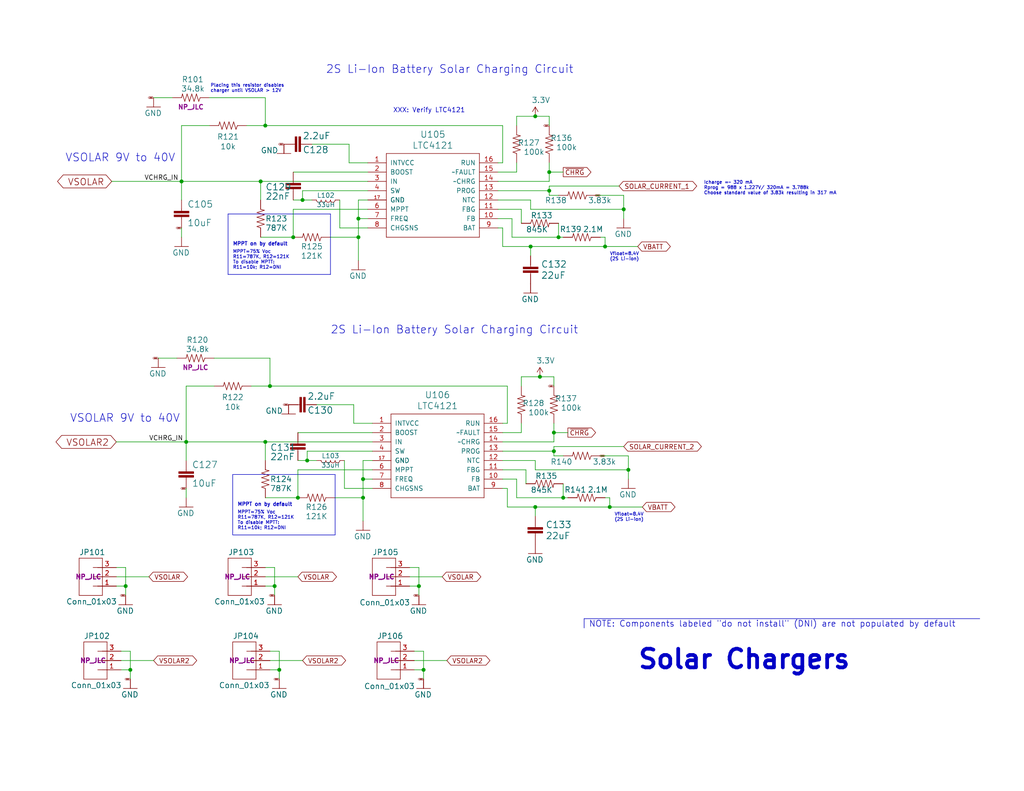
<source format=kicad_sch>
(kicad_sch (version 20231120) (generator "eeschema") (generator_version "8.0")
  (paper "USLetter")
  (title_block (title "Obi Wan Computer") (rev "1") (company "Luke Titi, Michael Lyle"))
  (lib_symbols
    (symbol "Device:L" (pin_numbers hide) (pin_names (offset 1.016) hide)
      (property "Reference" "L" (at -1.27 0 90))
      (property "Value" "L" (at 1.905 0 90))
      (symbol "L_0_1"
        (arc (start 0 -2.54) (mid 0.6323 -1.905) (end 0 -1.27))
        (arc (start 0 -1.27) (mid 0.6323 -0.635) (end 0 0))
        (arc (start 0 0) (mid 0.6323 0.635) (end 0 1.27))
        (arc (start 0 1.27) (mid 0.6323 1.905) (end 0 2.54))
      )
      (symbol "L_1_1"
        (pin passive line (at 0 3.81 270) (length 1.27) (name "1") (number "1"))
        (pin passive line (at 0 -3.81 90) (length 1.27) (name "2") (number "2"))
      )
    )
    (symbol "mainboard:0.1UF-0603-25V-5%" (pin_names (offset 1.016))
      (property "Reference" "C" (at 1.524 2.921 0))
      (property "Value" "0.1UF-0603-25V-5%" (at 1.524 -2.159 0))
      (symbol "0.1UF-0603-25V-5%_1_0"
        (rectangle (start -2.032 0.508) (end 2.032 1.016) (fill (type outline)))
        (rectangle (start -2.032 1.524) (end 2.032 2.032) (fill (type outline)))
        (polyline (pts (xy 0 0) (xy 0 0.508)))
        (polyline (pts (xy 0 2.54) (xy 0 2.032)))
        (pin passive line (at 0 5.08 270) (length 2.54) (name "1") (number "1"))
        (pin passive line (at 0 -2.54 90) (length 2.54) (name "2") (number "2"))
      )
    )
    (symbol "mainboard:10UF-0603-6.3V-20%" (pin_names (offset 1.016))
      (property "Reference" "C" (at 1.524 2.921 0))
      (property "Value" "10UF-0603-6.3V-20%" (at 1.524 -2.159 0))
      (symbol "10UF-0603-6.3V-20%_1_0"
        (rectangle (start -2.032 0.508) (end 2.032 1.016) (fill (type outline)))
        (rectangle (start -2.032 1.524) (end 2.032 2.032) (fill (type outline)))
        (polyline (pts (xy 0 0) (xy 0 0.508)))
        (polyline (pts (xy 0 2.54) (xy 0 2.032)))
        (pin passive line (at 0 5.08 270) (length 2.54) (name "1") (number "1"))
        (pin passive line (at 0 -2.54 90) (length 2.54) (name "2") (number "2"))
      )
    )
    (symbol "mainboard:2.2NF_2200PF-0603-50V-10%" (pin_names (offset 1.016))
      (property "Reference" "C" (at 1.524 2.921 0))
      (property "Value" "2.2NF_2200PF-0603-50V-10%" (at 1.524 -2.159 0))
      (symbol "2.2NF_2200PF-0603-50V-10%_1_0"
        (rectangle (start -2.032 0.508) (end 2.032 1.016) (fill (type outline)))
        (rectangle (start -2.032 1.524) (end 2.032 2.032) (fill (type outline)))
        (polyline (pts (xy 0 0) (xy 0 0.508)))
        (polyline (pts (xy 0 2.54) (xy 0 2.032)))
        (pin passive line (at 0 5.08 270) (length 2.54) (name "1") (number "1"))
        (pin passive line (at 0 -2.54 90) (length 2.54) (name "2") (number "2"))
      )
    )
    (symbol "mainboard:2.2UF-0603-10V-20%" (pin_names (offset 1.016))
      (property "Reference" "C" (at 1.524 2.921 0))
      (property "Value" "2.2UF-0603-10V-20%" (at 1.524 -2.159 0))
      (symbol "2.2UF-0603-10V-20%_1_0"
        (rectangle (start -2.032 0.508) (end 2.032 1.016) (fill (type outline)))
        (rectangle (start -2.032 1.524) (end 2.032 2.032) (fill (type outline)))
        (polyline (pts (xy 0 0) (xy 0 0.508)))
        (polyline (pts (xy 0 2.54) (xy 0 2.032)))
        (pin passive line (at 0 5.08 270) (length 2.54) (name "1") (number "1"))
        (pin passive line (at 0 -2.54 90) (length 2.54) (name "2") (number "2"))
      )
    )
    (symbol "mainboard:3.3V" (power) (pin_names (offset 1.016))
      (property "Value" "3.3V" (at -1.016 3.556 0))
      (symbol "3.3V_1_0"
        (polyline (pts (xy 0 2.54) (xy -0.762 1.27)))
        (polyline (pts (xy 0.762 1.27) (xy 0 2.54)))
        (pin power_in line (at 0 0 90) (length 2.54) (name "3.3V") (number "1"))
      )
    )
    (symbol "mainboard:GND" (power) (pin_names (offset 1.016))
      (property "Value" "GND" (at -2.54 -2.54 0))
      (symbol "GND_1_0"
        (polyline (pts (xy -1.905 0) (xy 1.905 0)))
        (pin power_in line (at 0 2.54 270) (length 2.54) (name "GND") (number "1"))
      )
    )
    (symbol "mainboard:LTC4121" (pin_names (offset 1.016))
      (property "Reference" "U" (at -2.54 10.16 0))
      (property "Value" "LTC4121" (at -2.54 -15.24 0))
      (symbol "LTC4121_1_0"
        (polyline (pts (xy -7.62 -12.7) (xy -7.62 10.16)))
        (polyline (pts (xy -7.62 10.16) (xy 17.78 10.16)))
        (polyline (pts (xy 17.78 -12.7) (xy -7.62 -12.7)))
        (polyline (pts (xy 17.78 10.16) (xy 17.78 -12.7)))
        (pin bidirectional line (at -12.7 7.62 0) (length 5.08) (name "INTVCC") (number "1"))
        (pin bidirectional line (at 22.86 -7.62 180) (length 5.08) (name "FB") (number "10"))
        (pin bidirectional line (at 22.86 -5.08 180) (length 5.08) (name "FBG") (number "11"))
        (pin bidirectional line (at 22.86 -2.54 180) (length 5.08) (name "NTC") (number "12"))
        (pin bidirectional line (at 22.86 0 180) (length 5.08) (name "PROG") (number "13"))
        (pin bidirectional line (at 22.86 2.54 180) (length 5.08) (name "~CHRG") (number "14"))
        (pin bidirectional line (at 22.86 5.08 180) (length 5.08) (name "~FAULT") (number "15"))
        (pin bidirectional line (at 22.86 7.62 180) (length 5.08) (name "RUN") (number "16"))
        (pin bidirectional line (at -12.7 -2.54 0) (length 5.08) (name "GND") (number "17"))
        (pin bidirectional line (at -12.7 5.08 0) (length 5.08) (name "BOOST") (number "2"))
        (pin bidirectional line (at -12.7 2.54 0) (length 5.08) (name "IN") (number "3"))
        (pin bidirectional line (at -12.7 0 0) (length 5.08) (name "SW") (number "4"))
        (pin bidirectional line (at -12.7 -2.54 0) (length 5.08) (name "GND") (number "5"))
        (pin bidirectional line (at -12.7 -5.08 0) (length 5.08) (name "MPPT") (number "6"))
        (pin bidirectional line (at -12.7 -7.62 0) (length 5.08) (name "FREQ") (number "7"))
        (pin bidirectional line (at -12.7 -10.16 0) (length 5.08) (name "CHGSNS") (number "8"))
        (pin bidirectional line (at 22.86 -10.16 180) (length 5.08) (name "BAT") (number "9"))
      )
    )
    (symbol "mainboard:M03POLAR_LOCK" (pin_names (offset 1.016))
      (property "Reference" "JP" (at -2.54 5.842 0))
      (property "Value" "M03POLAR_LOCK" (at -2.54 -7.62 0))
      (symbol "M03POLAR_LOCK_1_0"
        (polyline (pts (xy -2.54 5.08) (xy -2.54 -5.08)))
        (polyline (pts (xy -2.54 5.08) (xy 3.81 5.08)))
        (polyline (pts (xy 1.27 -2.54) (xy 2.54 -2.54)))
        (polyline (pts (xy 1.27 0) (xy 2.54 0)))
        (polyline (pts (xy 1.27 2.54) (xy 2.54 2.54)))
        (polyline (pts (xy 3.81 -5.08) (xy -2.54 -5.08)))
        (polyline (pts (xy 3.81 -5.08) (xy 3.81 5.08)))
        (pin passive line (at 7.62 -2.54 180) (length 5.08) (name "1") (number "1"))
        (pin passive line (at 7.62 0 180) (length 5.08) (name "2") (number "2"))
        (pin passive line (at 7.62 2.54 180) (length 5.08) (name "3") (number "3"))
      )
    )
    (symbol "mainboard:R-US_R0603" (pin_names (offset 1.016))
      (property "Reference" "R" (at -3.81 1.4986 0))
      (property "Value" "R-US_R0603" (at -3.81 -3.302 0))
      (symbol "R-US_R0603_1_0"
        (polyline (pts (xy -2.54 0) (xy -2.159 1.016)))
        (polyline (pts (xy -2.159 1.016) (xy -1.524 -1.016)))
        (polyline (pts (xy -1.524 -1.016) (xy -0.889 1.016)))
        (polyline (pts (xy -0.889 1.016) (xy -0.254 -1.016)))
        (polyline (pts (xy -0.254 -1.016) (xy 0.381 1.016)))
        (polyline (pts (xy 0.381 1.016) (xy 1.016 -1.016)))
        (polyline (pts (xy 1.016 -1.016) (xy 1.651 1.016)))
        (polyline (pts (xy 1.651 1.016) (xy 2.286 -1.016)))
        (polyline (pts (xy 2.286 -1.016) (xy 2.54 0)))
        (pin passive line (at -5.08 0 0) (length 2.54) (name "1") (number "1"))
        (pin passive line (at 5.08 0 180) (length 2.54) (name "2") (number "2"))
      )
    )
  )
  (junction (at 166.37 138.43))
  (junction (at 170.18 57.15))
  (junction (at 49.53 49.53))
  (junction (at 151.13 118.11))
  (junction (at 76.2 182.88))
  (junction (at 80.01 64.77))
  (junction (at 165.1 67.31))
  (junction (at 71.12 49.53))
  (junction (at 72.39 34.29))
  (junction (at 82.55 54.61))
  (junction (at 50.8 120.65))
  (junction (at 114.3 160.02))
  (junction (at 149.86 46.99))
  (junction (at 34.29 160.02))
  (junction (at 83.82 125.73))
  (junction (at 153.67 135.89))
  (junction (at 99.06 135.89))
  (junction (at 147.32 102.87))
  (junction (at 72.39 120.65))
  (junction (at 73.66 105.41))
  (junction (at 74.93 160.02))
  (junction (at 149.86 52.07))
  (junction (at 35.56 182.88))
  (junction (at 81.28 135.89))
  (junction (at 97.79 64.77))
  (junction (at 115.57 182.88))
  (junction (at 152.4 64.77))
  (junction (at 99.06 130.81))
  (junction (at 146.05 31.75))
  (junction (at 97.79 59.69))
  (junction (at 151.13 123.19))
  (junction (at 144.78 67.31))
  (junction (at 171.45 128.27))
  (junction (at 146.05 138.43))
  (wire (pts (xy 72.39 157.48) (xy 81.28 157.48)))
  (wire (pts (xy 151.13 118.11) (xy 154.94 118.11)))
  (polyline (pts (xy 62.23 58.42) (xy 62.23 74.93)))
  (wire (pts (xy 140.97 130.81) (xy 140.97 135.89)))
  (wire (pts (xy 138.43 138.43) (xy 146.05 138.43)))
  (wire (pts (xy 43.18 97.79) (xy 48.26 97.79)))
  (wire (pts (xy 151.13 124.46) (xy 153.67 124.46)))
  (wire (pts (xy 97.79 71.12) (xy 97.79 64.77)))
  (wire (pts (xy 76.2 177.8) (xy 76.2 182.88)))
  (wire (pts (xy 33.02 180.34) (xy 41.91 180.34)))
  (wire (pts (xy 137.16 34.29) (xy 72.39 34.29)))
  (wire (pts (xy 135.89 46.99) (xy 140.97 46.99)))
  (wire (pts (xy 58.42 97.79) (xy 73.66 97.79)))
  (wire (pts (xy 153.67 132.08) (xy 153.67 135.89)))
  (wire (pts (xy 146.05 125.73) (xy 137.16 125.73)))
  (wire (pts (xy 49.53 54.61) (xy 49.53 49.53)))
  (wire (pts (xy 163.83 124.46) (xy 171.45 124.46)))
  (wire (pts (xy 147.32 102.87) (xy 151.13 102.87)))
  (wire (pts (xy 165.1 67.31) (xy 173.99 67.31)))
  (wire (pts (xy 149.86 53.34) (xy 152.4 53.34)))
  (wire (pts (xy 34.29 162.56) (xy 34.29 160.02)))
  (wire (pts (xy 86.36 125.73) (xy 83.82 125.73)))
  (wire (pts (xy 82.55 54.61) (xy 80.01 54.61)))
  (wire (pts (xy 140.97 31.75) (xy 140.97 34.29)))
  (wire (pts (xy 144.78 57.15) (xy 144.78 54.61)))
  (wire (pts (xy 95.25 39.37) (xy 85.09 39.37)))
  (wire (pts (xy 139.7 59.69) (xy 139.7 64.77)))
  (wire (pts (xy 80.01 57.15) (xy 100.33 57.15)))
  (wire (pts (xy 72.39 120.65) (xy 50.8 120.65)))
  (wire (pts (xy 114.3 154.94) (xy 114.3 160.02)))
  (wire (pts (xy 142.24 57.15) (xy 135.89 57.15)))
  (polyline (pts (xy 91.44 129.54) (xy 63.5 129.54)))
  (wire (pts (xy 115.57 182.88) (xy 113.03 182.88)))
  (wire (pts (xy 151.13 115.57) (xy 151.13 118.11)))
  (wire (pts (xy 50.8 133.35) (xy 50.8 135.89)))
  (wire (pts (xy 99.06 125.73) (xy 99.06 130.81)))
  (wire (pts (xy 142.24 118.11) (xy 142.24 115.57)))
  (wire (pts (xy 85.09 54.61) (xy 82.55 54.61)))
  (wire (pts (xy 166.37 135.89) (xy 165.1 135.89)))
  (wire (pts (xy 137.16 115.57) (xy 138.43 115.57)))
  (wire (pts (xy 96.52 115.57) (xy 96.52 110.49)))
  (polyline (pts (xy 91.44 146.05) (xy 91.44 129.54)))
  (wire (pts (xy 73.66 105.41) (xy 73.66 97.79)))
  (wire (pts (xy 138.43 133.35) (xy 138.43 138.43)))
  (polyline (pts (xy 63.5 146.05) (xy 91.44 146.05)))
  (wire (pts (xy 99.06 130.81) (xy 99.06 135.89)))
  (wire (pts (xy 81.28 135.89) (xy 72.39 135.89)))
  (wire (pts (xy 137.16 133.35) (xy 138.43 133.35)))
  (wire (pts (xy 165.1 64.77) (xy 163.83 64.77)))
  (wire (pts (xy 101.6 123.19) (xy 83.82 123.19)))
  (wire (pts (xy 97.79 54.61) (xy 97.79 59.69)))
  (wire (pts (xy 165.1 64.77) (xy 165.1 67.31)))
  (wire (pts (xy 97.79 54.61) (xy 100.33 54.61)))
  (wire (pts (xy 135.89 49.53) (xy 149.86 49.53)))
  (wire (pts (xy 35.56 182.88) (xy 33.02 182.88)))
  (wire (pts (xy 138.43 105.41) (xy 73.66 105.41)))
  (wire (pts (xy 97.79 59.69) (xy 97.79 64.77)))
  (wire (pts (xy 113.03 180.34) (xy 121.92 180.34)))
  (wire (pts (xy 35.56 185.42) (xy 35.56 182.88)))
  (wire (pts (xy 73.66 180.34) (xy 82.55 180.34)))
  (wire (pts (xy 152.4 60.96) (xy 152.4 64.77)))
  (wire (pts (xy 35.56 177.8) (xy 35.56 182.88)))
  (wire (pts (xy 143.51 132.08) (xy 143.51 128.27)))
  (wire (pts (xy 99.06 142.24) (xy 99.06 135.89)))
  (polyline (pts (xy 159.385 171.45) (xy 159.385 168.91)))
  (wire (pts (xy 171.45 124.46) (xy 171.45 128.27)))
  (wire (pts (xy 81.28 128.27) (xy 81.28 135.89)))
  (wire (pts (xy 142.24 102.87) (xy 147.32 102.87)))
  (wire (pts (xy 101.6 120.65) (xy 72.39 120.65)))
  (wire (pts (xy 96.52 115.57) (xy 101.6 115.57)))
  (wire (pts (xy 101.6 133.35) (xy 93.98 133.35)))
  (wire (pts (xy 50.8 125.73) (xy 50.8 120.65)))
  (wire (pts (xy 96.52 110.49) (xy 86.36 110.49)))
  (wire (pts (xy 72.39 125.73) (xy 72.39 120.65)))
  (polyline (pts (xy 90.17 74.93) (xy 90.17 58.42)))
  (wire (pts (xy 72.39 34.29) (xy 67.31 34.29)))
  (wire (pts (xy 135.89 62.23) (xy 137.16 62.23)))
  (wire (pts (xy 142.24 60.96) (xy 142.24 57.15)))
  (wire (pts (xy 95.25 44.45) (xy 95.25 39.37)))
  (wire (pts (xy 83.82 125.73) (xy 83.82 123.19)))
  (wire (pts (xy 100.33 52.07) (xy 82.55 52.07)))
  (wire (pts (xy 151.13 121.92) (xy 170.18 121.92)))
  (wire (pts (xy 72.39 34.29) (xy 72.39 26.67)))
  (wire (pts (xy 143.51 128.27) (xy 137.16 128.27)))
  (wire (pts (xy 93.98 133.35) (xy 93.98 125.73)))
  (wire (pts (xy 100.33 62.23) (xy 92.71 62.23)))
  (wire (pts (xy 49.53 34.29) (xy 49.53 49.53)))
  (polyline (pts (xy 159.385 168.91) (xy 267.335 168.91)))
  (wire (pts (xy 34.29 154.94) (xy 34.29 160.02)))
  (wire (pts (xy 81.28 128.27) (xy 101.6 128.27)))
  (wire (pts (xy 97.79 59.69) (xy 100.33 59.69)))
  (wire (pts (xy 91.44 135.89) (xy 99.06 135.89)))
  (wire (pts (xy 92.71 62.23) (xy 92.71 54.61)))
  (wire (pts (xy 76.2 182.88) (xy 73.66 182.88)))
  (wire (pts (xy 135.89 59.69) (xy 139.7 59.69)))
  (wire (pts (xy 101.6 118.11) (xy 81.28 118.11)))
  (wire (pts (xy 135.89 52.07) (xy 149.86 52.07)))
  (wire (pts (xy 74.93 160.02) (xy 72.39 160.02)))
  (wire (pts (xy 149.86 34.29) (xy 149.86 31.75)))
  (wire (pts (xy 170.18 53.34) (xy 170.18 57.15)))
  (wire (pts (xy 137.16 130.81) (xy 140.97 130.81)))
  (wire (pts (xy 31.75 157.48) (xy 40.64 157.48)))
  (wire (pts (xy 138.43 115.57) (xy 138.43 105.41)))
  (wire (pts (xy 149.86 46.99) (xy 153.67 46.99)))
  (wire (pts (xy 31.75 154.94) (xy 34.29 154.94)))
  (wire (pts (xy 71.12 49.53) (xy 49.53 49.53)))
  (wire (pts (xy 149.86 44.45) (xy 149.86 46.99)))
  (wire (pts (xy 76.2 185.42) (xy 76.2 182.88)))
  (wire (pts (xy 153.67 64.77) (xy 152.4 64.77)))
  (wire (pts (xy 146.05 31.75) (xy 149.86 31.75)))
  (wire (pts (xy 31.75 120.65) (xy 50.8 120.65)))
  (wire (pts (xy 170.18 57.15) (xy 170.18 59.69)))
  (wire (pts (xy 82.55 54.61) (xy 82.55 52.07)))
  (polyline (pts (xy 62.23 74.93) (xy 90.17 74.93)))
  (wire (pts (xy 111.76 154.94) (xy 114.3 154.94)))
  (wire (pts (xy 170.18 57.15) (xy 144.78 57.15)))
  (wire (pts (xy 151.13 118.11) (xy 151.13 120.65)))
  (wire (pts (xy 140.97 46.99) (xy 140.97 44.45)))
  (wire (pts (xy 71.12 54.61) (xy 71.12 49.53)))
  (wire (pts (xy 30.48 49.53) (xy 49.53 49.53)))
  (wire (pts (xy 74.93 154.94) (xy 74.93 160.02)))
  (wire (pts (xy 149.86 46.99) (xy 149.86 49.53)))
  (wire (pts (xy 72.39 154.94) (xy 74.93 154.94)))
  (wire (pts (xy 41.91 26.67) (xy 46.99 26.67)))
  (wire (pts (xy 80.01 57.15) (xy 80.01 64.77)))
  (wire (pts (xy 137.16 62.23) (xy 137.16 67.31)))
  (wire (pts (xy 137.16 123.19) (xy 151.13 123.19)))
  (wire (pts (xy 135.89 44.45) (xy 137.16 44.45)))
  (wire (pts (xy 137.16 44.45) (xy 137.16 34.29)))
  (wire (pts (xy 99.06 130.81) (xy 101.6 130.81)))
  (wire (pts (xy 139.7 64.77) (xy 152.4 64.77)))
  (wire (pts (xy 137.16 118.11) (xy 142.24 118.11)))
  (wire (pts (xy 162.56 53.34) (xy 170.18 53.34)))
  (wire (pts (xy 149.86 50.8) (xy 168.91 50.8)))
  (wire (pts (xy 144.78 54.61) (xy 135.89 54.61)))
  (wire (pts (xy 166.37 138.43) (xy 175.26 138.43)))
  (wire (pts (xy 111.76 157.48) (xy 120.65 157.48)))
  (polyline (pts (xy 90.17 58.42) (xy 62.23 58.42)))
  (wire (pts (xy 151.13 105.41) (xy 151.13 102.87)))
  (wire (pts (xy 57.15 34.29) (xy 49.53 34.29)))
  (wire (pts (xy 115.57 185.42) (xy 115.57 182.88)))
  (wire (pts (xy 80.01 64.77) (xy 71.12 64.77)))
  (wire (pts (xy 115.57 177.8) (xy 115.57 182.88)))
  (wire (pts (xy 140.97 31.75) (xy 146.05 31.75)))
  (wire (pts (xy 146.05 128.27) (xy 146.05 125.73)))
  (wire (pts (xy 114.3 160.02) (xy 111.76 160.02)))
  (wire (pts (xy 137.16 120.65) (xy 151.13 120.65)))
  (wire (pts (xy 154.94 135.89) (xy 153.67 135.89)))
  (wire (pts (xy 146.05 140.97) (xy 146.05 138.43)))
  (wire (pts (xy 144.78 67.31) (xy 165.1 67.31)))
  (wire (pts (xy 83.82 125.73) (xy 81.28 125.73)))
  (wire (pts (xy 100.33 49.53) (xy 71.12 49.53)))
  (wire (pts (xy 151.13 121.92) (xy 151.13 123.19)))
  (polyline (pts (xy 63.5 129.54) (xy 63.5 146.05)))
  (wire (pts (xy 146.05 138.43) (xy 166.37 138.43)))
  (wire (pts (xy 49.53 62.23) (xy 49.53 64.77)))
  (wire (pts (xy 100.33 46.99) (xy 80.01 46.99)))
  (wire (pts (xy 73.66 177.8) (xy 76.2 177.8)))
  (wire (pts (xy 34.29 160.02) (xy 31.75 160.02)))
  (wire (pts (xy 74.93 162.56) (xy 74.93 160.02)))
  (wire (pts (xy 149.86 50.8) (xy 149.86 52.07)))
  (wire (pts (xy 99.06 125.73) (xy 101.6 125.73)))
  (wire (pts (xy 166.37 135.89) (xy 166.37 138.43)))
  (wire (pts (xy 142.24 102.87) (xy 142.24 105.41)))
  (wire (pts (xy 137.16 67.31) (xy 144.78 67.31)))
  (wire (pts (xy 171.45 128.27) (xy 171.45 130.81)))
  (wire (pts (xy 151.13 123.19) (xy 151.13 124.46)))
  (wire (pts (xy 73.66 105.41) (xy 68.58 105.41)))
  (wire (pts (xy 144.78 69.85) (xy 144.78 67.31)))
  (wire (pts (xy 95.25 44.45) (xy 100.33 44.45)))
  (wire (pts (xy 58.42 105.41) (xy 50.8 105.41)))
  (wire (pts (xy 33.02 177.8) (xy 35.56 177.8)))
  (wire (pts (xy 149.86 52.07) (xy 149.86 53.34)))
  (wire (pts (xy 113.03 177.8) (xy 115.57 177.8)))
  (wire (pts (xy 90.17 64.77) (xy 97.79 64.77)))
  (wire (pts (xy 114.3 162.56) (xy 114.3 160.02)))
  (wire (pts (xy 57.15 26.67) (xy 72.39 26.67)))
  (wire (pts (xy 171.45 128.27) (xy 146.05 128.27)))
  (wire (pts (xy 140.97 135.89) (xy 153.67 135.89)))
  (wire (pts (xy 50.8 105.41) (xy 50.8 120.65)))
  (text "Vfloat=8.4V\n(2S Li-ion)" (at 167.64 142.494 0) (effects (font (size 0.889 0.889)) (justify left bottom)))
  (text "Placing this resistor disables \ncharger until VSOLAR > 12V" (at 57.404 25.4 0) (effects (font (size 0.889 0.889)) (justify left bottom)))
  (text "VSOLAR 9V to 40V" (at 17.78 44.45 0) (effects (font (size 2.159 2.159)) (justify left bottom)))
  (text "VSOLAR 9V to 40V" (at 19.05 115.57 0) (effects (font (size 2.159 2.159)) (justify left bottom)))
  (text "2S Li-Ion Battery Solar Charging Circuit" (at 90.17 91.44 0) (effects (font (size 2.159 2.159)) (justify left bottom)))
  (text "Vfloat=8.4V\n(2S Li-ion)" (at 166.37 71.374 0) (effects (font (size 0.889 0.889)) (justify left bottom)))
  (text "NOTE: Components labeled \"do not install\" (DNI) are not populated by default" (at 160.655 171.45 0) (effects (font (size 1.651 1.651)) (justify left bottom)))
  (text "XXX: Verify LTC4121" (at 117.094 30.226 0) (effects (font (size 1.27 1.27))))
  (text "MPPT on by default" (at 63.5 67.31 0) (effects (font (size 0.9906 0.9906) (thickness 0.1981) (bold yes)) (justify left bottom)))
  (text "\nMPPT=75% Voc\nR11=787K, R12=121K\nTo disable MPTT:\nR11=10k; R12=DNI" (at 63.5 73.66 0) (effects (font (size 0.889 0.889)) (justify left bottom)))
  (text "Solar Chargers" (at 173.736 183.134 0) (effects (font (size 5.08 5.08) (thickness 1.016) (bold yes)) (justify left bottom)))
  (text "\nMPPT=75% Voc\nR11=787K, R12=121K\nTo disable MPTT:\nR11=10k; R12=DNI" (at 64.77 144.78 0) (effects (font (size 0.889 0.889)) (justify left bottom)))
  (text "2S Li-Ion Battery Solar Charging Circuit" (at 88.9 20.32 0) (effects (font (size 2.159 2.159)) (justify left bottom)))
  (text "MPPT on by default" (at 64.77 138.43 0) (effects (font (size 0.9906 0.9906) (thickness 0.1981) (bold yes)) (justify left bottom)))
  (text "Icharge =~ 320 mA\nRprog = 988 x 1.227V/ 320mA = 3.788k\nChoose standard value of 3.83k resulting in 317 mA" (at 192.024 53.34 0) (effects (font (size 0.889 0.889)) (justify left bottom)))
  (label "VCHRG_IN" (at 39.37 49.53 0))
  (label "VCHRG_IN" (at 40.64 120.65 0))
  (global_label "VBATT" (shape bidirectional) (at 175.26 138.43 0) (property "Intersheetrefs" "${INTERSHEET_REFS}" (effects (hide yes))))
  (global_label "3.3V" (shape bidirectional) (at 149.86 34.29 180) (effects (font (size 0.254 0.254))) (property "Intersheetrefs" "${INTERSHEET_REFS}" (effects (hide yes))))
  (global_label "GND" (shape bidirectional) (at 49.53 62.23 180) (effects (font (size 0.254 0.254))) (property "Intersheetrefs" "${INTERSHEET_REFS}" (effects (hide yes))))
  (global_label "GND" (shape bidirectional) (at 76.2 185.42 180) (effects (font (size 0.254 0.254))) (property "Intersheetrefs" "${INTERSHEET_REFS}" (effects (hide yes))))
  (global_label "GND" (shape bidirectional) (at 115.57 185.42 180) (effects (font (size 0.254 0.254))) (property "Intersheetrefs" "${INTERSHEET_REFS}" (effects (hide yes))))
  (global_label "GND" (shape bidirectional) (at 43.18 97.79 180) (effects (font (size 0.254 0.254))) (property "Intersheetrefs" "${INTERSHEET_REFS}" (effects (hide yes))))
  (global_label "SOLAR_CURRENT_2" (shape bidirectional) (at 170.18 121.92 0) (property "Intersheetrefs" "${INTERSHEET_REFS}" (effects (hide yes))))
  (global_label "GND" (shape bidirectional) (at 165.1 124.46 180) (effects (font (size 0.254 0.254))) (property "Intersheetrefs" "${INTERSHEET_REFS}" (effects (hide yes))))
  (global_label "VSOLAR2" (shape bidirectional) (at 121.92 180.34 0) (property "Intersheetrefs" "${INTERSHEET_REFS}" (effects (hide yes))))
  (global_label "GND" (shape bidirectional) (at 78.74 110.49 180) (effects (font (size 0.254 0.254))) (property "Intersheetrefs" "${INTERSHEET_REFS}" (effects (hide yes))))
  (global_label "GND" (shape bidirectional) (at 35.56 185.42 180) (effects (font (size 0.254 0.254))) (property "Intersheetrefs" "${INTERSHEET_REFS}" (effects (hide yes))))
  (global_label "SOLAR_CURRENT_1" (shape bidirectional) (at 168.91 50.8 0) (property "Intersheetrefs" "${INTERSHEET_REFS}" (effects (hide yes))))
  (global_label "~{CHRG}" (shape output) (at 153.67 46.99 0) (property "Intersheetrefs" "${INTERSHEET_REFS}" (effects (hide yes))))
  (global_label "GND" (shape bidirectional) (at 74.93 162.56 180) (effects (font (size 0.254 0.254))) (property "Intersheetrefs" "${INTERSHEET_REFS}" (effects (hide yes))))
  (global_label "3.3V" (shape bidirectional) (at 151.13 105.41 180) (effects (font (size 0.254 0.254))) (property "Intersheetrefs" "${INTERSHEET_REFS}" (effects (hide yes))))
  (global_label "VSOLAR2" (shape bidirectional) (at 82.55 180.34 0) (property "Intersheetrefs" "${INTERSHEET_REFS}" (effects (hide yes))))
  (global_label "VSOLAR2" (shape bidirectional) (at 41.91 180.34 0) (property "Intersheetrefs" "${INTERSHEET_REFS}" (effects (hide yes))))
  (global_label "GND" (shape bidirectional) (at 50.8 133.35 180) (effects (font (size 0.254 0.254))) (property "Intersheetrefs" "${INTERSHEET_REFS}" (effects (hide yes))))
  (global_label "GND" (shape bidirectional) (at 114.3 162.56 180) (effects (font (size 0.254 0.254))) (property "Intersheetrefs" "${INTERSHEET_REFS}" (effects (hide yes))))
  (global_label "VBATT" (shape bidirectional) (at 173.99 67.31 0) (property "Intersheetrefs" "${INTERSHEET_REFS}" (effects (hide yes))))
  (global_label "VSOLAR" (shape bidirectional) (at 40.64 157.48 0) (property "Intersheetrefs" "${INTERSHEET_REFS}" (effects (hide yes))))
  (global_label "VSOLAR" (shape bidirectional) (at 120.65 157.48 0) (property "Intersheetrefs" "${INTERSHEET_REFS}" (effects (hide yes))))
  (global_label "GND" (shape bidirectional) (at 77.47 39.37 180) (effects (font (size 0.254 0.254))) (property "Intersheetrefs" "${INTERSHEET_REFS}" (effects (hide yes))))
  (global_label "GND" (shape bidirectional) (at 41.91 26.67 180) (effects (font (size 0.254 0.254))) (property "Intersheetrefs" "${INTERSHEET_REFS}" (effects (hide yes))))
  (global_label "VSOLAR2" (shape bidirectional) (at 31.75 120.65 180) (effects (font (size 1.778 1.778))) (property "Intersheetrefs" "${INTERSHEET_REFS}" (effects (hide yes))))
  (global_label "VSOLAR" (shape bidirectional) (at 81.28 157.48 0) (property "Intersheetrefs" "${INTERSHEET_REFS}" (effects (hide yes))))
  (global_label "GND" (shape bidirectional) (at 34.29 162.56 180) (effects (font (size 0.254 0.254))) (property "Intersheetrefs" "${INTERSHEET_REFS}" (effects (hide yes))))
  (global_label "VSOLAR" (shape bidirectional) (at 30.48 49.53 180) (effects (font (size 1.778 1.778))) (property "Intersheetrefs" "${INTERSHEET_REFS}" (effects (hide yes))))
  (global_label "GND" (shape bidirectional) (at 163.83 53.34 180) (effects (font (size 0.254 0.254))) (property "Intersheetrefs" "${INTERSHEET_REFS}" (effects (hide yes))))
  (global_label "~{CHRG}" (shape output) (at 154.94 118.11 0) (property "Intersheetrefs" "${INTERSHEET_REFS}" (effects (hide yes))))
  (symbol (lib_id "mainboard:GND") (at 115.57 187.96 0) (unit 1)
    (property "Reference" "#GND0126" (effects (hide yes)))
    (property "Value" "GND" (at 113.03 190.5 0) (effects (font (size 1.4986 1.4986)) (justify left bottom)))
  )
  (symbol (lib_id "mainboard:GND") (at 74.93 165.1 0) (unit 1)
    (property "Reference" "#GND0119" (effects (hide yes)))
    (property "Value" "GND" (at 72.39 167.64 0) (effects (font (size 1.4986 1.4986)) (justify left bottom)))
  )
  (symbol (lib_id "Device:L") (at 90.17 125.73 270) (unit 1)
    (property "Reference" "L103" (at 90.17 124.46 90))
    (property "Value" "33uH" (at 90.17 127 90))
    (property "Footprint" "SSE_Footprints:TDK_1008_4.9x5.5mm" (effects (hide yes)))
    (property "Datasheet" "https://product.tdk.com/en/system/files?file=dam/doc/product/inductor/inductor/smd/catalog/inductor_commercial_power_vlcf5024-2_en.pdf" (effects (hide yes)))
    (property "Description" "1.24A 33uH ±20% 500mA" (effects (hide yes)))
    (property "Flight" "SLF6028T-330MR69-PF" (effects (hide yes)))
    (property "Manufacturer_Name" "TDK" (effects (hide yes)))
    (property "Manufacturer_Part_Number" "VLCF5024T-330MR50-2" (effects (hide yes)))
    (property "Proto" "SNR5040K-330M" (effects (hide yes)))
    (property "LCSC" "C2046704" (effects (hide yes)))
    (property "Notes" "Footprint Marked as Issue  - 33uH for solar charging, kinda big" (effects (hide yes)))
  )
  (symbol (lib_id "mainboard:R-US_R0603") (at 151.13 110.49 90) (unit 1)
    (property "Reference" "R137" (at 157.48 107.95 90) (effects (font (size 1.4986 1.4986)) (justify left bottom)))
    (property "Value" "100k" (at 158.75 110.49 90) (effects (font (size 1.4986 1.4986)) (justify left bottom)))
    (property "Footprint" "Resistor_SMD:R_0603_1608Metric" (effects (hide yes)))
    (property "Description" "100K 0603" (effects (hide yes)))
    (property "LCSC" "C5369222" (effects (hide yes)))
    (property "Manufacturer_Name" "Vishay Intertech" (effects (hide yes)))
    (property "Manufacturer_Part_Number" "CRCW0603100KFKEC" (effects (hide yes)))
  )
  (symbol (lib_id "mainboard:2.2UF-0603-10V-20%") (at 81.28 110.49 270) (unit 1)
    (property "Reference" "C130" (at 83.82 113.03 90) (effects (font (size 1.778 1.778)) (justify left bottom)))
    (property "Value" "2.2uF" (at 83.82 109.22 90) (effects (font (size 1.778 1.778)) (justify left bottom)))
    (property "Footprint" "Capacitor_SMD:C_0603_1608Metric" (effects (hide yes)))
    (property "Description" "16V 2.2uF X5R ±10% 0603" (effects (hide yes)))
    (property "LCSC" "C23630" (effects (hide yes)))
    (property "Manufacturer_Name" " Samsung Electro-Mechanics" (effects (hide yes)))
    (property "Manufacturer_Part_Number" "CL10A225KO8NNNC" (effects (hide yes)))
  )
  (symbol (lib_id "mainboard:R-US_R0603") (at 148.59 132.08 0) (unit 1)
    (property "Reference" "R135" (at 146.05 130.81 0) (effects (font (size 1.4986 1.4986)) (justify left bottom)))
    (property "Value" "845K" (at 144.78 134.62 0) (effects (font (size 1.4986 1.4986)) (justify left bottom)))
    (property "Footprint" "Resistor_SMD:R_0603_1608Metric" (effects (hide yes)))
    (property "Description" "845K 1% 0603" (effects (hide yes)))
    (property "LCSC" "C246013" (effects (hide yes)))
  )
  (symbol (lib_id "mainboard:10UF-0603-6.3V-20%") (at 50.8 130.81 0) (unit 1)
    (property "Reference" "C127" (at 52.324 127.889 0) (effects (font (size 1.778 1.778)) (justify left bottom)))
    (property "Value" "10uF" (at 52.324 132.969 0) (effects (font (size 1.778 1.778)) (justify left bottom)))
    (property "Footprint" "Capacitor_SMD:C_0603_1608Metric" (effects (hide yes)))
    (property "Description" "10V 10uF X5R ±20% 0603" (effects (hide yes)))
    (property "LCSC" "C85713" (effects (hide yes)))
    (property "Manufacturer_Name" " Samsung Electro-Mechanics" (effects (hide yes)))
    (property "Manufacturer_Part_Number" "CL10A106MP8NNNC" (effects (hide yes)))
    (property "Notes" "10V ok?" (effects (hide yes)))
  )
  (symbol (lib_id "mainboard:10UF-0603-6.3V-20%") (at 49.53 59.69 0) (unit 1)
    (property "Reference" "C105" (at 51.054 56.769 0) (effects (font (size 1.778 1.778)) (justify left bottom)))
    (property "Value" "10uF" (at 51.054 61.849 0) (effects (font (size 1.778 1.778)) (justify left bottom)))
    (property "Footprint" "Capacitor_SMD:C_0603_1608Metric" (effects (hide yes)))
    (property "Description" "10V 10uF X5R ±20% 0603" (effects (hide yes)))
    (property "LCSC" "C85713" (effects (hide yes)))
    (property "Manufacturer_Name" " Samsung Electro-Mechanics" (effects (hide yes)))
    (property "Manufacturer_Part_Number" "CL10A106MP8NNNC" (effects (hide yes)))
    (property "Notes" "10V ok?" (effects (hide yes)))
  )
  (symbol (lib_id "mainboard:LTC4121") (at 114.3 123.19 0) (unit 1)
    (property "Reference" "U106" (at 119.38 107.823 0) (effects (font (size 1.7272 1.7272))))
    (property "Value" "LTC4121" (at 119.38 110.8202 0) (effects (font (size 1.7272 1.7272))))
    (property "Footprint" "Package_DFN_QFN:QFN-16-1EP_3x3mm_P0.5mm_EP1.9x1.9mm_ThermalVias" (effects (hide yes)))
    (property "Datasheet" "https://www.analog.com/media/en/technical-documentation/data-sheets/4121fbc.pdf" (effects (hide yes)))
    (property "Description" "Battery Charger - MPPT - Solar Input" (effects (hide yes)))
    (property "Flight" "LTC4121EUD" (effects (hide yes)))
    (property "Manufacturer_Name" "Analog Devices Inc." (effects (hide yes)))
    (property "Manufacturer_Part_Number" "LTC4121EUD" (effects (hide yes)))
    (property "Proto" "LTC4121EUD" (effects (hide yes)))
    (property "LCSC" "C687336" (effects (hide yes)))
  )
  (symbol (lib_id "mainboard:R-US_R0603") (at 53.34 97.79 180) (unit 1)
    (property "Reference" "R120" (at 56.896 91.948 0) (effects (font (size 1.4986 1.4986)) (justify left bottom)))
    (property "Value" "34.8k" (at 57.15 94.488 0) (effects (font (size 1.4986 1.4986)) (justify left bottom)))
    (property "Footprint" "Resistor_SMD:R_0603_1608Metric" (effects (hide yes)))
    (property "DNI" "NP_JLC" (at 53.34 100.33 0) (effects (font (bold yes))))
  )
  (symbol (lib_id "mainboard:M03POLAR_LOCK") (at 25.4 180.34 0) (unit 1)
    (property "Reference" "JP102" (at 22.86 174.498 0) (effects (font (size 1.4986 1.4986)) (justify left bottom)))
    (property "Value" "Conn_01x03" (at 19.304 187.96 0) (effects (font (size 1.4986 1.4986)) (justify left bottom)))
    (property "Footprint" "SSE_Footprints:CONN_22-11-2032_MOL" (effects (hide yes)))
    (property "Datasheet" "https://tools.molex.com/pdm_docs/sd/022112032_sd.pdf" (effects (hide yes)))
    (property "Description" "3-pin Vertical Header - 0.1in (2.54mm) Locking - Molex PN: 22-23-2037" (effects (hide yes)))
    (property "DNI" "NP_JLC" (at 25.4 180.34 0) (effects (font (bold yes))))
    (property "Flight" "22-23-2037" (effects (hide yes)))
    (property "Manufacturer_Name" "Molex" (effects (hide yes)))
    (property "Manufacturer_Part_Number" "	 0022112032" (effects (hide yes)))
    (property "Proto" "22-23-2037" (effects (hide yes)))
  )
  (symbol (lib_id "mainboard:M03POLAR_LOCK") (at 64.77 157.48 0) (unit 1)
    (property "Reference" "JP103" (at 62.23 151.638 0) (effects (font (size 1.4986 1.4986)) (justify left bottom)))
    (property "Value" "Conn_01x03" (at 58.42 165.1 0) (effects (font (size 1.4986 1.4986)) (justify left bottom)))
    (property "Footprint" "SSE_Footprints:CONN_22-11-2032_MOL" (effects (hide yes)))
    (property "Datasheet" "https://tools.molex.com/pdm_docs/sd/022112032_sd.pdf" (effects (hide yes)))
    (property "Description" "3-pin Vertical Header - 0.1in (2.54mm) Locking - Molex PN: 22-23-2037" (effects (hide yes)))
    (property "DNI" "NP_JLC" (at 64.77 157.48 0) (effects (font (bold yes))))
    (property "Flight" "22-23-2037" (effects (hide yes)))
    (property "Manufacturer_Name" "Molex" (effects (hide yes)))
    (property "Manufacturer_Part_Number" "	 0022112032" (effects (hide yes)))
    (property "Proto" "22-23-2037" (effects (hide yes)))
  )
  (symbol (lib_id "mainboard:M03POLAR_LOCK") (at 66.04 180.34 0) (unit 1)
    (property "Reference" "JP104" (at 63.5 174.498 0) (effects (font (size 1.4986 1.4986)) (justify left bottom)))
    (property "Value" "Conn_01x03" (at 59.69 187.96 0) (effects (font (size 1.4986 1.4986)) (justify left bottom)))
    (property "Footprint" "SSE_Footprints:CONN_22-11-2032_MOL" (effects (hide yes)))
    (property "Datasheet" "https://tools.molex.com/pdm_docs/sd/022112032_sd.pdf" (effects (hide yes)))
    (property "Description" "3-pin Vertical Header - 0.1in (2.54mm) Locking - Molex PN: 22-23-2037" (effects (hide yes)))
    (property "DNI" "NP_JLC" (at 66.04 180.34 0) (effects (font (bold yes))))
    (property "Flight" "22-23-2037" (effects (hide yes)))
    (property "Manufacturer_Name" "Molex" (effects (hide yes)))
    (property "Manufacturer_Part_Number" "	 0022112032" (effects (hide yes)))
    (property "Proto" "22-23-2037" (effects (hide yes)))
  )
  (symbol (lib_id "mainboard:GND") (at 35.56 187.96 0) (unit 1)
    (property "Reference" "#GND0114" (effects (hide yes)))
    (property "Value" "GND" (at 33.02 190.5 0) (effects (font (size 1.4986 1.4986)) (justify left bottom)))
  )
  (symbol (lib_id "mainboard:R-US_R0603") (at 147.32 60.96 0) (unit 1)
    (property "Reference" "R133" (at 144.78 59.69 0) (effects (font (size 1.4986 1.4986)) (justify left bottom)))
    (property "Value" "845K" (at 143.51 63.5 0) (effects (font (size 1.4986 1.4986)) (justify left bottom)))
    (property "Footprint" "Resistor_SMD:R_0603_1608Metric" (effects (hide yes)))
    (property "Description" "845K 1% 0603" (effects (hide yes)))
    (property "LCSC" "C246013" (effects (hide yes)))
  )
  (symbol (lib_id "mainboard:GND") (at 49.53 67.31 0) (unit 1)
    (property "Reference" "#GND0117" (effects (hide yes)))
    (property "Value" "GND" (at 46.99 69.85 0) (effects (font (size 1.4986 1.4986)) (justify left bottom)))
  )
  (symbol (lib_id "mainboard:GND") (at 144.78 80.01 0) (unit 1)
    (property "Reference" "#GND0127" (effects (hide yes)))
    (property "Value" "GND" (at 142.24 82.55 0) (effects (font (size 1.4986 1.4986)) (justify left bottom)))
  )
  (symbol (lib_id "mainboard:R-US_R0603") (at 71.12 59.69 90) (unit 1)
    (property "Reference" "R123" (at 72.39 59.69 90) (effects (font (size 1.4986 1.4986)) (justify right)))
    (property "Value" "787K" (at 72.39 62.23 90) (effects (font (size 1.4986 1.4986)) (justify right)))
    (property "Footprint" "Resistor_SMD:R_0603_1608Metric" (effects (hide yes)))
    (property "Description" "787K 0603" (effects (hide yes)))
    (property "LCSC" "C246008" (effects (hide yes)))
    (property "Manufacturer_Name" " YAGEO" (effects (hide yes)))
    (property "Manufacturer_Part_Number" " RC0603FR-07787KL" (effects (hide yes)))
  )
  (symbol (lib_id "mainboard:R-US_R0603") (at 157.48 53.34 180) (unit 1)
    (property "Reference" "R138" (at 154.686 53.848 0) (effects (font (size 1.4986 1.4986)) (justify left bottom)))
    (property "Value" "3.83k" (at 166.878 53.848 0) (effects (font (size 1.4986 1.4986)) (justify left bottom)))
    (property "Footprint" "Resistor_SMD:R_0603_1608Metric" (effects (hide yes)))
    (property "LCSC" "C482840" (effects (hide yes)))
  )
  (symbol (lib_id "mainboard:R-US_R0603") (at 85.09 64.77 180) (unit 1)
    (property "Reference" "R125" (at 85.09 67.31 0) (effects (font (size 1.4986 1.4986))))
    (property "Value" "121K" (at 85.09 69.85 0) (effects (font (size 1.4986 1.4986))))
    (property "Footprint" "Resistor_SMD:R_0603_1608Metric" (effects (hide yes)))
    (property "Description" "121K 0603" (effects (hide yes)))
    (property "LCSC" "C861095" (effects (hide yes)))
    (property "Manufacturer_Name" " YAGEO" (effects (hide yes)))
    (property "Manufacturer_Part_Number" " RT0603BRD07121KL" (effects (hide yes)))
  )
  (symbol (lib_id "mainboard:R-US_R0603") (at 72.39 130.81 90) (unit 1)
    (property "Reference" "R124" (at 73.66 130.81 90) (effects (font (size 1.4986 1.4986)) (justify right)))
    (property "Value" "787K" (at 73.66 133.35 90) (effects (font (size 1.4986 1.4986)) (justify right)))
    (property "Footprint" "Resistor_SMD:R_0603_1608Metric" (effects (hide yes)))
    (property "Description" "787K 0603" (effects (hide yes)))
    (property "LCSC" "C246008" (effects (hide yes)))
    (property "Manufacturer_Name" " YAGEO" (effects (hide yes)))
    (property "Manufacturer_Part_Number" " RC0603FR-07787KL" (effects (hide yes)))
  )
  (symbol (lib_id "mainboard:GND") (at 50.8 138.43 0) (unit 1)
    (property "Reference" "#GND0118" (effects (hide yes)))
    (property "Value" "GND" (at 48.26 140.97 0) (effects (font (size 1.4986 1.4986)) (justify left bottom)))
  )
  (symbol (lib_id "mainboard:R-US_R0603") (at 62.23 34.29 180) (unit 1)
    (property "Reference" "R121" (at 62.23 37.338 0) (effects (font (size 1.4986 1.4986))))
    (property "Value" "10k" (at 62.23 40.005 0) (effects (font (size 1.4986 1.4986))))
    (property "Footprint" "Resistor_SMD:R_0603_1608Metric" (effects (hide yes)))
    (property "Description" "0 0603" (effects (hide yes)))
    (property "LCSC" "C169849" (effects (hide yes)))
  )
  (symbol (lib_id "mainboard:GND") (at 170.18 62.23 0) (unit 1)
    (property "Reference" "#GND0129" (effects (hide yes)))
    (property "Value" "GND" (at 167.64 64.77 0) (effects (font (size 1.4986 1.4986)) (justify left bottom)))
  )
  (symbol (lib_id "mainboard:GND") (at 97.79 73.66 0) (unit 1)
    (property "Reference" "#GND0123" (effects (hide yes)))
    (property "Value" "GND" (at 95.25 76.2 0) (effects (font (size 1.4986 1.4986)) (justify left bottom)))
  )
  (symbol (lib_id "mainboard:0.1UF-0603-25V-5%") (at 144.78 74.93 0) (unit 1)
    (property "Reference" "C132" (at 147.574 73.152 0) (effects (font (size 1.778 1.778)) (justify left bottom)))
    (property "Value" "22uF" (at 147.574 76.2 0) (effects (font (size 1.778 1.778)) (justify left bottom)))
    (property "Footprint" "Capacitor_SMD:C_0603_1608Metric" (effects (hide yes)))
    (property "Description" "10V 22uF X5R ±20% 0603" (effects (hide yes)))
    (property "LCSC" "C84419" (effects (hide yes)))
    (property "Manufacturer_Name" " Murata Electronics" (effects (hide yes)))
    (property "Manufacturer_Part_Number" " GRM188R61A226ME15D" (effects (hide yes)))
    (property "Notes" "10V ok?" (effects (hide yes)))
  )
  (symbol (lib_id "mainboard:GND") (at 99.06 144.78 0) (unit 1)
    (property "Reference" "#GND0124" (effects (hide yes)))
    (property "Value" "GND" (at 96.52 147.32 0) (effects (font (size 1.4986 1.4986)) (justify left bottom)))
  )
  (symbol (lib_id "mainboard:R-US_R0603") (at 86.36 135.89 180) (unit 1)
    (property "Reference" "R126" (at 86.36 138.43 0) (effects (font (size 1.4986 1.4986))))
    (property "Value" "121K" (at 86.36 140.97 0) (effects (font (size 1.4986 1.4986))))
    (property "Footprint" "Resistor_SMD:R_0603_1608Metric" (effects (hide yes)))
    (property "Description" "121K 0603" (effects (hide yes)))
    (property "LCSC" "C861095" (effects (hide yes)))
    (property "Manufacturer_Name" " YAGEO" (effects (hide yes)))
    (property "Manufacturer_Part_Number" " RT0603BRD07121KL" (effects (hide yes)))
  )
  (symbol (lib_id "mainboard:R-US_R0603") (at 158.75 124.46 180) (unit 1)
    (property "Reference" "R140" (at 156.21 125.222 0) (effects (font (size 1.4986 1.4986)) (justify left bottom)))
    (property "Value" "3.83k" (at 168.148 125.222 0) (effects (font (size 1.4986 1.4986)) (justify left bottom)))
    (property "Footprint" "Resistor_SMD:R_0603_1608Metric" (effects (hide yes)))
    (property "LCSC" "C482840" (effects (hide yes)))
  )
  (symbol (lib_id "mainboard:2.2NF_2200PF-0603-50V-10%") (at 80.01 52.07 0) (unit 1)
    (property "Reference" "C129" (at 72.39 52.07 0) (effects (font (size 1.778 1.778)) (justify left bottom)))
    (property "Value" "22nF" (at 72.39 54.61 0) (effects (font (size 1.778 1.778)) (justify left bottom)))
    (property "Footprint" "Capacitor_SMD:C_0603_1608Metric" (effects (hide yes)))
    (property "Description" "50V 22nF X7R ±10% 0603" (effects (hide yes)))
    (property "LCSC" "C21122" (effects (hide yes)))
    (property "Manufacturer_Name" " Samsung Electro-Mechanics" (effects (hide yes)))
    (property "Manufacturer_Part_Number" " CL10B223KB8NNNC" (effects (hide yes)))
  )
  (symbol (lib_id "mainboard:R-US_R0603") (at 149.86 39.37 90) (unit 1)
    (property "Reference" "R136" (at 156.21 36.83 90) (effects (font (size 1.4986 1.4986)) (justify left bottom)))
    (property "Value" "100k" (at 157.48 39.37 90) (effects (font (size 1.4986 1.4986)) (justify left bottom)))
    (property "Footprint" "Resistor_SMD:R_0603_1608Metric" (effects (hide yes)))
    (property "Description" "100K 0603" (effects (hide yes)))
    (property "LCSC" "C5369222" (effects (hide yes)))
    (property "Manufacturer_Name" "Vishay Intertech" (effects (hide yes)))
    (property "Manufacturer_Part_Number" "CRCW0603100KFKEC" (effects (hide yes)))
  )
  (symbol (lib_id "mainboard:R-US_R0603") (at 63.5 105.41 180) (unit 1)
    (property "Reference" "R122" (at 63.5 108.458 0) (effects (font (size 1.4986 1.4986))))
    (property "Value" "10k" (at 63.5 111.125 0) (effects (font (size 1.4986 1.4986))))
    (property "Footprint" "Resistor_SMD:R_0603_1608Metric" (effects (hide yes)))
    (property "Description" "0 0603" (effects (hide yes)))
    (property "LCSC" "C169849" (effects (hide yes)))
  )
  (symbol (lib_id "mainboard:GND") (at 114.3 165.1 0) (unit 1)
    (property "Reference" "#GND0125" (effects (hide yes)))
    (property "Value" "GND" (at 111.76 167.64 0) (effects (font (size 1.4986 1.4986)) (justify left bottom)))
  )
  (symbol (lib_id "mainboard:R-US_R0603") (at 140.97 39.37 90) (unit 1)
    (property "Reference" "R127" (at 147.32 38.1 90) (effects (font (size 1.4986 1.4986)) (justify left bottom)))
    (property "Value" "100k" (at 148.59 40.64 90) (effects (font (size 1.4986 1.4986)) (justify left bottom)))
    (property "Footprint" "Resistor_SMD:R_0603_1608Metric" (effects (hide yes)))
    (property "Description" "100K 0603" (effects (hide yes)))
    (property "LCSC" "C5369222" (effects (hide yes)))
    (property "Manufacturer_Name" "Vishay Intertech" (effects (hide yes)))
    (property "Manufacturer_Part_Number" "CRCW0603100KFKEC" (effects (hide yes)))
  )
  (symbol (lib_id "mainboard:GND") (at 34.29 165.1 0) (unit 1)
    (property "Reference" "#GND0107" (effects (hide yes)))
    (property "Value" "GND" (at 31.75 167.64 0) (effects (font (size 1.4986 1.4986)) (justify left bottom)))
  )
  (symbol (lib_id "mainboard:GND") (at 78.74 113.03 0) (unit 1)
    (property "Reference" "#GND0122" (effects (hide yes)))
    (property "Value" "GND" (at 72.39 113.03 0) (effects (font (size 1.4986 1.4986)) (justify left bottom)))
  )
  (symbol (lib_id "mainboard:M03POLAR_LOCK") (at 104.14 157.48 0) (unit 1)
    (property "Reference" "JP105" (at 101.6 151.638 0) (effects (font (size 1.4986 1.4986)) (justify left bottom)))
    (property "Value" "Conn_01x03" (at 98.044 165.354 0) (effects (font (size 1.4986 1.4986)) (justify left bottom)))
    (property "Footprint" "SSE_Footprints:CONN_22-11-2032_MOL" (effects (hide yes)))
    (property "Datasheet" "https://tools.molex.com/pdm_docs/sd/022112032_sd.pdf" (effects (hide yes)))
    (property "Description" "3-pin Vertical Header - 0.1in (2.54mm) Locking - Molex PN: 22-23-2037" (effects (hide yes)))
    (property "DNI" "NP_JLC" (at 104.14 157.48 0) (effects (font (bold yes))))
    (property "Flight" "22-23-2037" (effects (hide yes)))
    (property "Manufacturer_Name" "Molex" (effects (hide yes)))
    (property "Manufacturer_Part_Number" "	 0022112032" (effects (hide yes)))
    (property "Proto" "22-23-2037" (effects (hide yes)))
  )
  (symbol (lib_id "mainboard:2.2NF_2200PF-0603-50V-10%") (at 81.28 123.19 0) (unit 1)
    (property "Reference" "C131" (at 73.66 123.19 0) (effects (font (size 1.778 1.778)) (justify left bottom)))
    (property "Value" "22nF" (at 73.66 125.73 0) (effects (font (size 1.778 1.778)) (justify left bottom)))
    (property "Footprint" "Capacitor_SMD:C_0603_1608Metric" (effects (hide yes)))
    (property "Description" "50V 22nF X7R ±10% 0603" (effects (hide yes)))
    (property "LCSC" "C21122" (effects (hide yes)))
    (property "Manufacturer_Name" " Samsung Electro-Mechanics" (effects (hide yes)))
    (property "Manufacturer_Part_Number" " CL10B223KB8NNNC" (effects (hide yes)))
  )
  (symbol (lib_id "mainboard:R-US_R0603") (at 52.07 26.67 180) (unit 1)
    (property "Reference" "R101" (at 55.626 20.828 0) (effects (font (size 1.4986 1.4986)) (justify left bottom)))
    (property "Value" "34.8k" (at 55.88 23.368 0) (effects (font (size 1.4986 1.4986)) (justify left bottom)))
    (property "Footprint" "Resistor_SMD:R_0603_1608Metric" (effects (hide yes)))
    (property "DNI" "NP_JLC" (at 52.07 29.21 0) (effects (font (bold yes))))
  )
  (symbol (lib_id "mainboard:R-US_R0603") (at 158.75 64.77 180) (unit 1)
    (property "Reference" "R139" (at 158.75 61.722 0) (effects (font (size 1.4986 1.4986)) (justify left bottom)))
    (property "Value" "2.1M" (at 164.592 61.722 0) (effects (font (size 1.4986 1.4986)) (justify left bottom)))
    (property "Footprint" "Resistor_SMD:R_0603_1608Metric" (effects (hide yes)))
    (property "Description" "2.1M 1% 0603" (effects (hide yes)))
    (property "LCSC" "C2085910" (effects (hide yes)))
    (property "Manufacturer_Name" "Vishay Intertech" (effects (hide yes)))
    (property "Manufacturer_Part_Number" " CRCW06032M10FKEA" (effects (hide yes)))
  )
  (symbol (lib_id "mainboard:GND") (at 76.2 187.96 0) (unit 1)
    (property "Reference" "#GND0120" (effects (hide yes)))
    (property "Value" "GND" (at 73.66 190.5 0) (effects (font (size 1.4986 1.4986)) (justify left bottom)))
  )
  (symbol (lib_id "mainboard:GND") (at 171.45 133.35 0) (unit 1)
    (property "Reference" "#GND0130" (effects (hide yes)))
    (property "Value" "GND" (at 168.91 135.89 0) (effects (font (size 1.4986 1.4986)) (justify left bottom)))
  )
  (symbol (lib_id "mainboard:R-US_R0603") (at 142.24 110.49 90) (unit 1)
    (property "Reference" "R128" (at 148.59 109.22 90) (effects (font (size 1.4986 1.4986)) (justify left bottom)))
    (property "Value" "100k" (at 149.86 111.76 90) (effects (font (size 1.4986 1.4986)) (justify left bottom)))
    (property "Footprint" "Resistor_SMD:R_0603_1608Metric" (effects (hide yes)))
    (property "Description" "100K 0603" (effects (hide yes)))
    (property "LCSC" "C5369222" (effects (hide yes)))
    (property "Manufacturer_Name" "Vishay Intertech" (effects (hide yes)))
    (property "Manufacturer_Part_Number" "CRCW0603100KFKEC" (effects (hide yes)))
  )
  (symbol (lib_id "mainboard:3.3V") (at 146.05 31.75 0) (unit 1)
    (property "Reference" "#P+0101" (effects (hide yes)))
    (property "Value" "3.3V" (at 145.034 28.194 0) (effects (font (size 1.4986 1.4986)) (justify left bottom)))
  )
  (symbol (lib_id "mainboard:GND") (at 146.05 151.13 0) (unit 1)
    (property "Reference" "#GND0128" (effects (hide yes)))
    (property "Value" "GND" (at 143.51 153.67 0) (effects (font (size 1.4986 1.4986)) (justify left bottom)))
  )
  (symbol (lib_id "mainboard:M03POLAR_LOCK") (at 105.41 180.34 0) (unit 1)
    (property "Reference" "JP106" (at 102.87 174.498 0) (effects (font (size 1.4986 1.4986)) (justify left bottom)))
    (property "Value" "Conn_01x03" (at 99.314 188.214 0) (effects (font (size 1.4986 1.4986)) (justify left bottom)))
    (property "Footprint" "SSE_Footprints:CONN_22-11-2032_MOL" (effects (hide yes)))
    (property "Datasheet" "https://tools.molex.com/pdm_docs/sd/022112032_sd.pdf" (effects (hide yes)))
    (property "Description" "3-pin Vertical Header - 0.1in (2.54mm) Locking - Molex PN: 22-23-2037" (effects (hide yes)))
    (property "DNI" "NP_JLC" (at 105.41 180.34 0) (effects (font (bold yes))))
    (property "Flight" "22-23-2037" (effects (hide yes)))
    (property "Manufacturer_Name" "Molex" (effects (hide yes)))
    (property "Manufacturer_Part_Number" "	 0022112032" (effects (hide yes)))
    (property "Proto" "22-23-2037" (effects (hide yes)))
  )
  (symbol (lib_id "Device:L") (at 88.9 54.61 270) (unit 1)
    (property "Reference" "L102" (at 88.9 53.34 90))
    (property "Value" "33uH" (at 88.9 55.88 90))
    (property "Footprint" "SSE_Footprints:TDK_1008_4.9x5.5mm" (effects (hide yes)))
    (property "Datasheet" "https://product.tdk.com/en/system/files?file=dam/doc/product/inductor/inductor/smd/catalog/inductor_commercial_power_vlcf5024-2_en.pdf" (effects (hide yes)))
    (property "Description" "1.24A 33uH ±20% 500mA" (effects (hide yes)))
    (property "Flight" "SLF6028T-330MR69-PF" (effects (hide yes)))
    (property "Manufacturer_Name" "TDK" (effects (hide yes)))
    (property "Manufacturer_Part_Number" "VLCF5024T-330MR50-2" (effects (hide yes)))
    (property "Proto" "SNR5040K-330M" (effects (hide yes)))
    (property "LCSC" "C2046704" (effects (hide yes)))
    (property "Notes" "Footprint Marked as Issue  - 33uH for solar charging, kinda big" (effects (hide yes)))
  )
  (symbol (lib_id "mainboard:3.3V") (at 147.32 102.87 0) (unit 1)
    (property "Reference" "#P+0102" (effects (hide yes)))
    (property "Value" "3.3V" (at 146.304 99.314 0) (effects (font (size 1.4986 1.4986)) (justify left bottom)))
  )
  (symbol (lib_id "mainboard:0.1UF-0603-25V-5%") (at 146.05 146.05 0) (unit 1)
    (property "Reference" "C133" (at 148.844 144.272 0) (effects (font (size 1.778 1.778)) (justify left bottom)))
    (property "Value" "22uF" (at 148.844 147.32 0) (effects (font (size 1.778 1.778)) (justify left bottom)))
    (property "Footprint" "Capacitor_SMD:C_0603_1608Metric" (effects (hide yes)))
    (property "Description" "10V 22uF X5R ±20% 0603" (effects (hide yes)))
    (property "LCSC" "C84419" (effects (hide yes)))
    (property "Manufacturer_Name" " Murata Electronics" (effects (hide yes)))
    (property "Manufacturer_Part_Number" " GRM188R61A226ME15D" (effects (hide yes)))
    (property "Notes" "10V ok?" (effects (hide yes)))
  )
  (symbol (lib_id "mainboard:GND") (at 43.18 100.33 0) (unit 1)
    (property "Reference" "#GND0116" (effects (hide yes)))
    (property "Value" "GND" (at 40.64 102.87 0) (effects (font (size 1.4986 1.4986)) (justify left bottom)))
  )
  (symbol (lib_id "mainboard:LTC4121") (at 113.03 52.07 0) (unit 1)
    (property "Reference" "U105" (at 118.11 36.703 0) (effects (font (size 1.7272 1.7272))))
    (property "Value" "LTC4121" (at 118.11 39.7002 0) (effects (font (size 1.7272 1.7272))))
    (property "Footprint" "Package_DFN_QFN:QFN-16-1EP_3x3mm_P0.5mm_EP1.9x1.9mm_ThermalVias" (effects (hide yes)))
    (property "Datasheet" "https://www.analog.com/media/en/technical-documentation/data-sheets/4121fbc.pdf" (effects (hide yes)))
    (property "Description" "Battery Charger - MPPT - Solar Input" (effects (hide yes)))
    (property "Flight" "LTC4121EUD" (effects (hide yes)))
    (property "Manufacturer_Name" "Analog Devices Inc." (effects (hide yes)))
    (property "Manufacturer_Part_Number" "LTC4121EUD" (effects (hide yes)))
    (property "Proto" "LTC4121EUD" (effects (hide yes)))
    (property "LCSC" "C687336" (effects (hide yes)))
  )
  (symbol (lib_id "mainboard:GND") (at 77.47 41.91 0) (unit 1)
    (property "Reference" "#GND0121" (effects (hide yes)))
    (property "Value" "GND" (at 71.12 41.91 0) (effects (font (size 1.4986 1.4986)) (justify left bottom)))
  )
  (symbol (lib_id "mainboard:M03POLAR_LOCK") (at 24.13 157.48 0) (unit 1)
    (property "Reference" "JP101" (at 21.59 151.638 0) (effects (font (size 1.4986 1.4986)) (justify left bottom)))
    (property "Value" "Conn_01x03" (at 18.034 165.1 0) (effects (font (size 1.4986 1.4986)) (justify left bottom)))
    (property "Footprint" "SSE_Footprints:CONN_22-11-2032_MOL" (effects (hide yes)))
    (property "Datasheet" "https://tools.molex.com/pdm_docs/sd/022112032_sd.pdf" (effects (hide yes)))
    (property "Description" "3-pin Vertical Header - 0.1in (2.54mm) Locking - Molex PN: 22-23-2037" (effects (hide yes)))
    (property "DNI" "NP_JLC" (at 24.13 157.48 0) (effects (font (bold yes))))
    (property "Flight" "22-23-2037" (effects (hide yes)))
    (property "Manufacturer_Name" "Molex" (effects (hide yes)))
    (property "Manufacturer_Part_Number" "	 0022112032" (effects (hide yes)))
    (property "Proto" "22-23-2037" (effects (hide yes)))
  )
  (symbol (lib_id "mainboard:GND") (at 41.91 29.21 0) (unit 1)
    (property "Reference" "#GND0115" (effects (hide yes)))
    (property "Value" "GND" (at 39.37 31.75 0) (effects (font (size 1.4986 1.4986)) (justify left bottom)))
  )
  (symbol (lib_id "mainboard:R-US_R0603") (at 160.02 135.89 180) (unit 1)
    (property "Reference" "R141" (at 160.02 132.842 0) (effects (font (size 1.4986 1.4986)) (justify left bottom)))
    (property "Value" "2.1M" (at 165.862 132.842 0) (effects (font (size 1.4986 1.4986)) (justify left bottom)))
    (property "Footprint" "Resistor_SMD:R_0603_1608Metric" (effects (hide yes)))
    (property "Description" "2.1M 1% 0603" (effects (hide yes)))
    (property "LCSC" "C2085910" (effects (hide yes)))
    (property "Manufacturer_Name" "Vishay Intertech" (effects (hide yes)))
    (property "Manufacturer_Part_Number" " CRCW06032M10FKEA" (effects (hide yes)))
  )
  (symbol (lib_id "mainboard:2.2UF-0603-10V-20%") (at 80.01 39.37 270) (unit 1)
    (property "Reference" "C128" (at 82.55 41.91 90) (effects (font (size 1.778 1.778)) (justify left bottom)))
    (property "Value" "2.2uF" (at 82.55 38.1 90) (effects (font (size 1.778 1.778)) (justify left bottom)))
    (property "Footprint" "Capacitor_SMD:C_0603_1608Metric" (effects (hide yes)))
    (property "Description" "16V 2.2uF X5R ±10% 0603" (effects (hide yes)))
    (property "LCSC" "C23630" (effects (hide yes)))
    (property "Manufacturer_Name" " Samsung Electro-Mechanics" (effects (hide yes)))
    (property "Manufacturer_Part_Number" "CL10A225KO8NNNC" (effects (hide yes)))
  )
)
</source>
